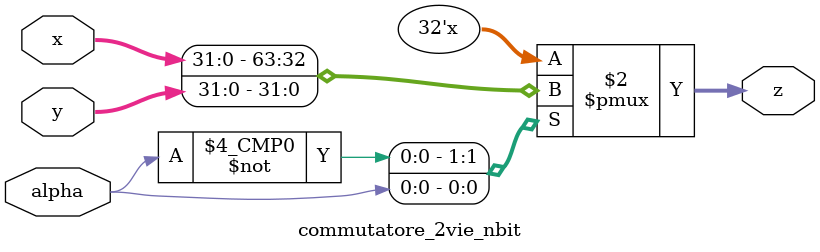
<source format=v>
module commutatore_2vie_nbit(z, x, y, alpha);

	parameter N = 32;

	output reg [N-1:0]z;
	input [N-1:0]x;
	input [N-1:0]y;
	input alpha;

	always @(alpha or x or y) 
	begin
		case (alpha)
			1'b0 : z <= #2 x;
			1'b1 : z <= #2 y; 
		endcase
	end

endmodule

</source>
